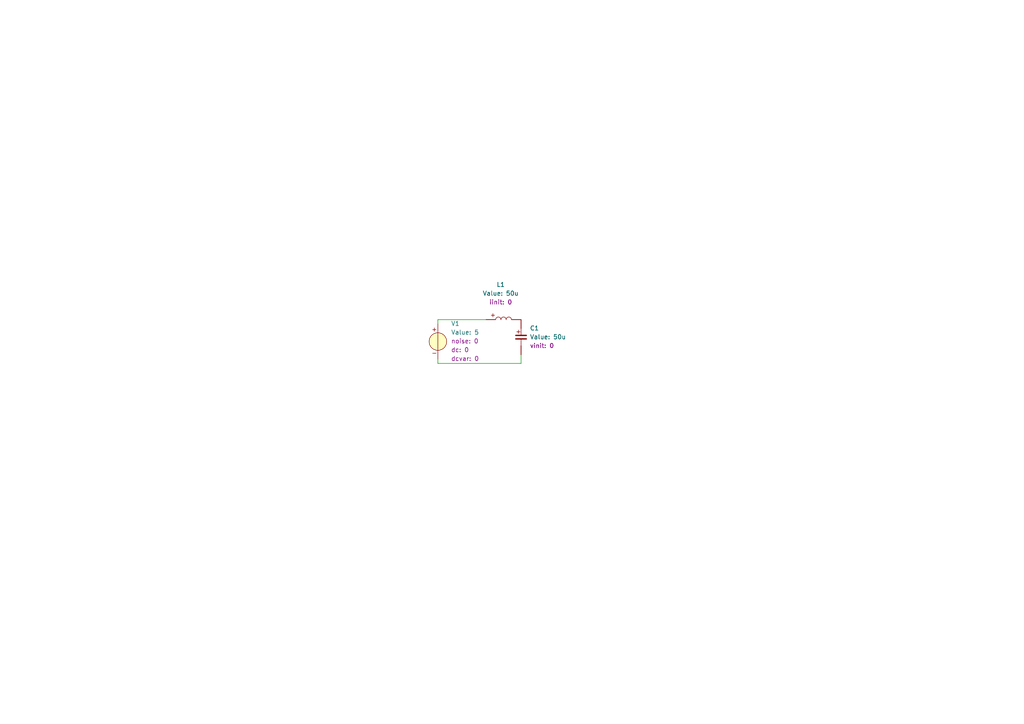
<source format=kicad_sch>
(kicad_sch (version 20250114) (generator "eeschema") (generator_version "9.0")
  (paper "A4")
  (lib_symbols
    (symbol "SLiCAP:C" (pin_numbers (hide yes)) (pin_names (offset 1.016) (hide yes))
      (property "Reference" "C?" (at 2.54 3.81 0))
      (property "Value" "?" (at 2.54 1.27 0) (show_name))
      (property "vinit" "0" (at 2.54 -1.27 0) (show_name))
      (symbol "C_0_0"
        (text "+" (at -0.762 1.651 0) (effects (font (size 1.27 1.27))))
      )
      (symbol "C_0_1"
        (polyline (pts (xy -1.524 0.508) (xy 1.524 0.508)) (stroke (width 0.381)))
        (polyline (pts (xy -1.524 -0.508) (xy 1.524 -0.508)) (stroke (width 0.381)))
        (polyline (pts (xy 0 2.54) (xy 0 0.508)))
        (polyline (pts (xy 0 -2.54) (xy 0 -0.508)))
      )
      (symbol "C_1_0"
        (pin passive line (at 0 5.08 270) (length 2.54) (name "1") (number "1"))
        (pin passive line (at 0 -5.08 90) (length 2.54) (name "2") (number "2"))
      )
    )
    (symbol "SLiCAP:L" (pin_numbers (hide yes)) (pin_names (offset 1.016) (hide yes))
      (property "Reference" "L?" (at 2.54 3.81 0))
      (property "Value" "?" (at 2.54 1.27 0) (show_name))
      (property "iinit" "0" (at 5.715 -1.27 0) (show_name))
      (symbol "L_0_0"
        (text "+" (at 1.27 3.175 0) (effects (font (size 1.27 1.27))))
      )
      (symbol "L_0_1"
        (arc (start 0 2.286) (mid 0.759 1.524) (end 0 0.762))
        (arc (start 0 0.762) (mid 0.759 0) (end 0 -0.762))
        (arc (start 0 -0.762) (mid 0.759 -1.524) (end 0 -2.286))
        (polyline (pts (xy 0 2.286) (xy 0 2.54)))
        (polyline (pts (xy 0 -2.54) (xy 0 -2.286)))
      )
      (symbol "L_1_0"
        (pin passive line (at 0 5.08 270) (length 2.54) (name "1") (number "1"))
        (pin passive line (at 0 -5.08 90) (length 2.54) (name "2") (number "2"))
      )
    )
    (symbol "SLiCAP:V" (pin_numbers (hide yes)) (pin_names (offset 0) (hide yes))
      (property "Reference" "V?" (at 3.175 4.445 0))
      (property "Value" "?" (at 3.175 2.54 0) (show_name))
      (property "noise" "0" (at 3.175 -3.175 0) (show_name))
      (property "dc" "0" (at 3.175 0.635 0) (show_name))
      (property "dcvar" "0" (at 3.175 -1.27 0) (show_name))
      (symbol "V_0_0"
        (text "+" (at -1.016 3.556 0) (effects (font (size 1.27 1.27))))
        (text "-" (at -1.016 -3.302 0) (effects (font (size 1.27 1.27))))
        (pin power_out line (at 0 5.08 270) (length 2.54) (name "p") (number "1"))
        (pin power_out line (at 0 -5.08 90) (length 2.54) (name "n") (number "2"))
      )
      (symbol "V_0_1"
        (polyline (pts (xy 0 2.54) (xy 0 -2.54)))
      )
      (symbol "V_1_0"
        (circle (center 0 0) (radius 2.54) (fill (type background)))
      )
    )
  )
  (wire (pts (xy 151.13 105.41) (xy 127 105.41)))
  (wire (pts (xy 127 105.41) (xy 127 104.14)))
  (wire (pts (xy 127 92.71) (xy 140.97 92.71)))
  (wire (pts (xy 127 93.98) (xy 127 92.71)))
  (wire (pts (xy 151.13 102.87) (xy 151.13 105.41)))
  (symbol (lib_id "SLiCAP:C") (at 151.13 97.79 0) (unit 1)
    (property "Reference" "C1" (at 153.67 95.1836 0) (effects (justify left)))
    (property "Value" "50u" (at 153.67 97.7236 0) (show_name yes) (effects (justify left)))
    (property "Description" "Capacitor" (effects (hide yes)))
    (property "model" "C" (effects (hide yes)))
    (property "vinit" "0" (at 153.67 100.2636 0) (show_name yes) (effects (justify left)))
  )
  (symbol (lib_id "SLiCAP:V") (at 127 99.06 0) (unit 1)
    (property "Reference" "V1" (at 130.81 93.8529 0) (effects (justify left)))
    (property "Value" "5" (at 130.81 96.3929 0) (show_name yes) (effects (justify left)))
    (property "Description" "Independent voltage source" (effects (hide yes)))
    (property "noise" "0" (at 130.81 98.9329 0) (show_name yes) (effects (justify left)))
    (property "dc" "0" (at 130.81 101.4729 0) (show_name yes) (effects (justify left)))
    (property "dcvar" "0" (at 130.81 104.0129 0) (show_name yes) (effects (justify left)))
    (property "model" "V" (effects (hide yes)))
  )
  (symbol (lib_id "SLiCAP:L") (at 146.05 92.71 90) (unit 1)
    (property "Reference" "L1" (at 145.2217 82.55 90))
    (property "Value" "50u" (at 145.2217 85.09 90) (show_name yes))
    (property "Description" "Inductor" (effects (hide yes)))
    (property "model" "L" (effects (hide yes)))
    (property "iinit" "0" (at 145.2217 87.63 90) (show_name yes))
  )
)
</source>
